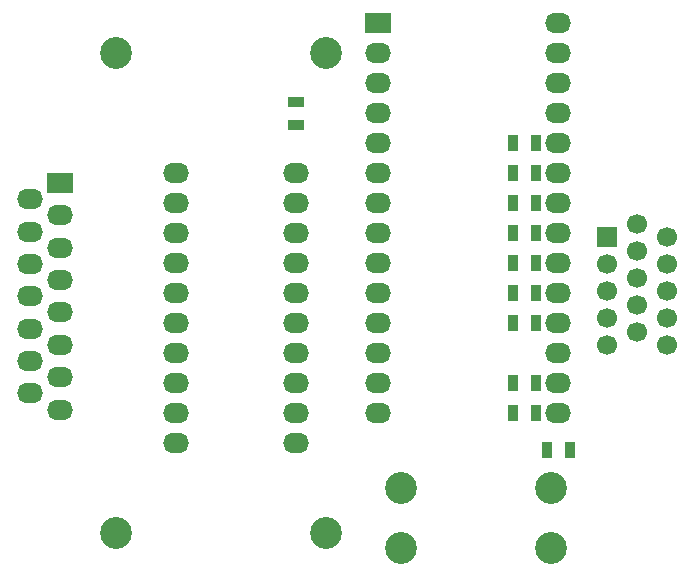
<source format=gbr>
G04 --- HEADER BEGIN --- *
%TF.GenerationSoftware,LibrePCB,LibrePCB,0.1.3*%
%TF.CreationDate,2020-04-15T18:42:34*%
%TF.ProjectId,Apple 2c VGA - default,6ee0dbe1-6aad-4263-9a0f-7c091fb3c0df,v1.1*%
%TF.Part,Single*%
%FSLAX66Y66*%
%MOMM*%
G01*
G74*
G04 --- HEADER END --- *
G04 --- APERTURE LIST BEGIN --- *
%ADD10C,2.7*%
%ADD11R,0.95X1.45*%
%ADD12R,1.45X0.95*%
%ADD13O,2.2X1.7*%
%ADD14C,1.7*%
%ADD15R,1.7X1.7*%
%ADD16R,2.2X1.7*%
G04 --- APERTURE LIST END --- *
G04 --- BOARD BEGIN --- *
D10*
X17780000Y45720000D03*
X35560000Y45720000D03*
X35560000Y5080000D03*
X17780000Y5080000D03*
D11*
X53362500Y27940000D03*
X51412500Y27940000D03*
D12*
X33020000Y39665000D03*
X33020000Y41615000D03*
D13*
X22860000Y12700000D03*
X33020000Y20320000D03*
X22860000Y35560000D03*
X33020000Y33020000D03*
X33020000Y25400000D03*
X22860000Y33020000D03*
X22860000Y25400000D03*
X33020000Y35560000D03*
X33020000Y30480000D03*
X22860000Y30480000D03*
X33020000Y27940000D03*
X33020000Y15240000D03*
X22860000Y17780000D03*
X33020000Y12700000D03*
X22860000Y22860000D03*
X22860000Y20320000D03*
X22860000Y27940000D03*
X22860000Y15240000D03*
X33020000Y22860000D03*
X33020000Y17780000D03*
D11*
X53362500Y25400000D03*
X51412500Y25400000D03*
X53362500Y30480000D03*
X51412500Y30480000D03*
D14*
X64452500Y30145000D03*
X64452500Y27855000D03*
X64452500Y20985000D03*
X61912500Y26710000D03*
X64452500Y23275000D03*
D15*
X59372500Y30145000D03*
D14*
X59372500Y23275000D03*
X59372500Y25565000D03*
X59372500Y20985000D03*
X61912500Y22130000D03*
X61912500Y24420000D03*
X61912500Y29000000D03*
X61912500Y31290000D03*
X59372500Y27855000D03*
X64452500Y25565000D03*
D11*
X53362500Y35560000D03*
X51412500Y35560000D03*
X53362500Y17780000D03*
X51412500Y17780000D03*
D16*
X13017500Y34737500D03*
D13*
X13017500Y18297500D03*
X10477500Y16927500D03*
X13017500Y23777500D03*
X10477500Y22407500D03*
X13017500Y26517500D03*
X13017500Y15557500D03*
X10477500Y33367500D03*
X10477500Y27887500D03*
X13017500Y31997500D03*
X10477500Y19667500D03*
X10477500Y25147500D03*
X13017500Y21037500D03*
X13017500Y29257500D03*
X10477500Y30627500D03*
D11*
X54249391Y12153455D03*
X56199391Y12153455D03*
D10*
X41910000Y8890000D03*
X54610000Y3810000D03*
X41910000Y3810000D03*
X54610000Y8890000D03*
D11*
X53362500Y22860000D03*
X51412500Y22860000D03*
D13*
X55245000Y35560000D03*
X40005000Y43180000D03*
D16*
X40005000Y48260000D03*
D13*
X40005000Y27940000D03*
X40005000Y30480000D03*
X55245000Y22860000D03*
X55245000Y30480000D03*
X40005000Y40640000D03*
X55245000Y38100000D03*
X40005000Y20320000D03*
X55245000Y20320000D03*
X40005000Y38100000D03*
X40005000Y25400000D03*
X40005000Y22860000D03*
X55245000Y40640000D03*
X40005000Y33020000D03*
X55245000Y43180000D03*
X55245000Y15240000D03*
X55245000Y33020000D03*
X40005000Y45720000D03*
X40005000Y17780000D03*
X55245000Y48260000D03*
X55245000Y27940000D03*
X55245000Y25400000D03*
X55245000Y45720000D03*
X40005000Y35560000D03*
X40005000Y15240000D03*
X55245000Y17780000D03*
D11*
X53362500Y15240000D03*
X51412500Y15240000D03*
X53362500Y38100000D03*
X51412500Y38100000D03*
X53362500Y33020000D03*
X51412500Y33020000D03*
G04 --- BOARD END --- *
%TF.MD5,d2839dd0f50652e402fa88c37164d4dc*%
M02*

</source>
